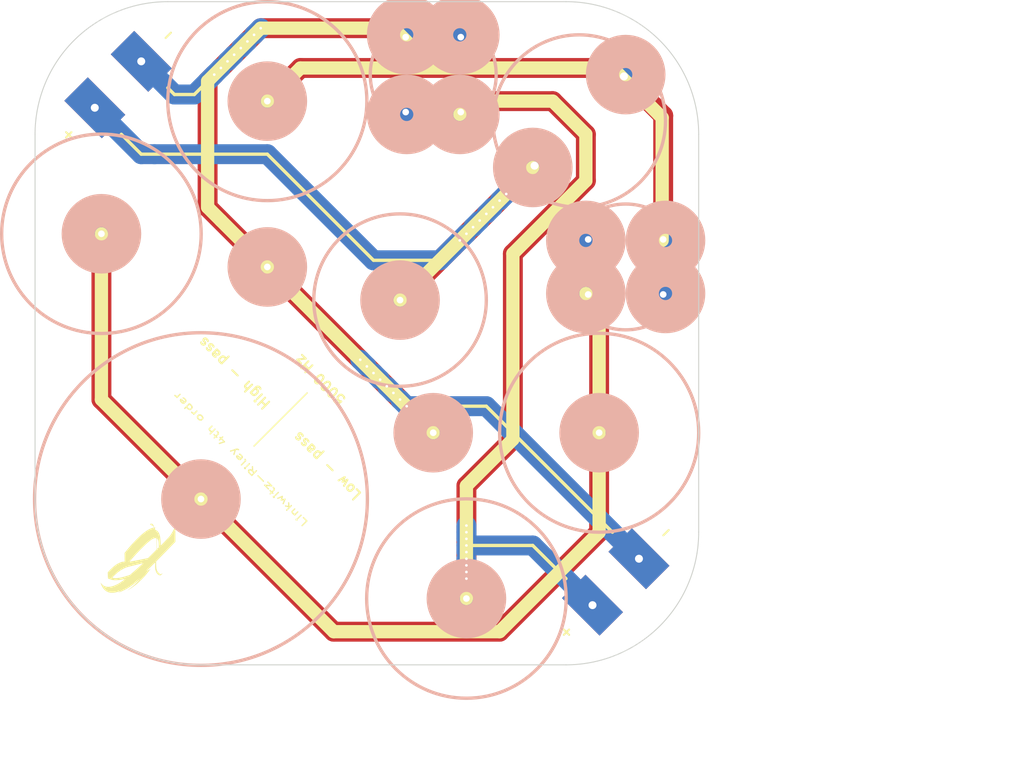
<source format=kicad_pcb>
(kicad_pcb (version 4) (host pcbnew 4.0.6)

  (general
    (links 13)
    (no_connects 0)
    (area 68.924999 23.924999 228.564286 142.700001)
    (thickness 1.6)
    (drawings 87)
    (tracks 115)
    (zones 0)
    (modules 16)
    (nets 10)
  )

  (page A4)
  (layers
    (0 F.Cu signal)
    (31 B.Cu signal)
    (32 B.Adhes user)
    (33 F.Adhes user)
    (34 B.Paste user)
    (35 F.Paste user)
    (36 B.SilkS user)
    (37 F.SilkS user)
    (38 B.Mask user)
    (39 F.Mask user)
    (40 Dwgs.User user)
    (41 Cmts.User user)
    (42 Eco1.User user)
    (43 Eco2.User user)
    (44 Edge.Cuts user)
    (45 Margin user)
    (46 B.CrtYd user)
    (47 F.CrtYd user)
    (48 B.Fab user)
    (49 F.Fab user)
  )

  (setup
    (last_trace_width 3)
    (trace_clearance 1)
    (zone_clearance 0.508)
    (zone_45_only no)
    (trace_min 0.2)
    (segment_width 0.5)
    (edge_width 0.15)
    (via_size 0.6)
    (via_drill 0.4)
    (via_min_size 0.4)
    (via_min_drill 0.3)
    (uvia_size 0.3)
    (uvia_drill 0.1)
    (uvias_allowed no)
    (uvia_min_size 0.2)
    (uvia_min_drill 0.1)
    (pcb_text_width 0.3)
    (pcb_text_size 1.5 1.5)
    (mod_edge_width 0.15)
    (mod_text_size 1 1)
    (mod_text_width 0.15)
    (pad_size 3 3)
    (pad_drill 1)
    (pad_to_mask_clearance 0.2)
    (aux_axis_origin 75 25)
    (grid_origin 75 25)
    (visible_elements 7FFFFFFF)
    (pcbplotparams
      (layerselection 0x010fc_80000001)
      (usegerberextensions false)
      (excludeedgelayer true)
      (linewidth 0.050000)
      (plotframeref false)
      (viasonmask false)
      (mode 1)
      (useauxorigin false)
      (hpglpennumber 1)
      (hpglpenspeed 20)
      (hpglpendiameter 15)
      (hpglpenoverlay 2)
      (psnegative false)
      (psa4output false)
      (plotreference true)
      (plotvalue true)
      (plotinvisibletext false)
      (padsonsilk false)
      (subtractmaskfromsilk false)
      (outputformat 1)
      (mirror false)
      (drillshape 0)
      (scaleselection 1)
      (outputdirectory export/))
  )

  (net 0 "")
  (net 1 "Net-(J1-Pad1)")
  (net 2 "Net-(J4-Pad1)")
  (net 3 "Net-(J5-Pad1)")
  (net 4 "Net-(J10-Pad1)")
  (net 5 "Net-(J12-Pad1)")
  (net 6 "Net-(U1-Pad2)")
  (net 7 "Net-(U1-Pad4)")
  (net 8 "Net-(U2-Pad2)")
  (net 9 "Net-(U2-Pad4)")

  (net_class Default "Ceci est la Netclass par défaut"
    (clearance 1)
    (trace_width 3)
    (via_dia 0.6)
    (via_drill 0.4)
    (uvia_dia 0.3)
    (uvia_drill 0.1)
    (add_net "Net-(J1-Pad1)")
    (add_net "Net-(J10-Pad1)")
    (add_net "Net-(J12-Pad1)")
    (add_net "Net-(J4-Pad1)")
    (add_net "Net-(J5-Pad1)")
    (add_net "Net-(U1-Pad2)")
    (add_net "Net-(U1-Pad4)")
    (add_net "Net-(U2-Pad2)")
    (add_net "Net-(U2-Pad4)")
  )

  (module Libabar:XOver_c_CH1 (layer F.Cu) (tedit 5A0B5B78) (tstamp 5A0B5B4F)
    (at 100 100)
    (path /5A0B53CB)
    (fp_text reference J1 (at 0 -2.04) (layer F.SilkS) hide
      (effects (font (size 1 1) (thickness 0.15)))
    )
    (fp_text value CH1 (at 0 -3.04) (layer F.Fab)
      (effects (font (size 1 1) (thickness 0.15)))
    )
    (fp_circle (center 0 0) (end 25 -1) (layer F.Fab) (width 0.15))
    (pad 1 thru_hole circle (at 0 0) (size 3 3) (drill 1) (layers *.Mask F.Cu)
      (net 1 "Net-(J1-Pad1)"))
  )

  (module Libabar:XOver_c_CH2 (layer F.Cu) (tedit 5A0B4ED7) (tstamp 5A0B4DD1)
    (at 160 90)
    (path /5A0B5465)
    (fp_text reference J2 (at 0 -2.04) (layer F.SilkS)
      (effects (font (size 1 1) (thickness 0.15)))
    )
    (fp_text value CH2 (at 0 -3.04) (layer F.Fab)
      (effects (font (size 1 1) (thickness 0.15)))
    )
    (fp_circle (center 0 0) (end 15 0) (layer F.Fab) (width 0.15))
    (pad 1 thru_hole circle (at 0 0) (size 3 3) (drill 1) (layers *.Mask F.Cu)
      (net 1 "Net-(J1-Pad1)"))
  )

  (module Libabar:XOver_c_C1 (layer F.Cu) (tedit 5A0B5ADE) (tstamp 5A0B4DD6)
    (at 85 60)
    (path /5A0B554C)
    (fp_text reference J3 (at 0 -2.04) (layer F.SilkS) hide
      (effects (font (size 1 1) (thickness 0.15)))
    )
    (fp_text value C1 (at 0 -3.04) (layer F.Fab)
      (effects (font (size 1 1) (thickness 0.15)))
    )
    (fp_circle (center 0 0) (end 15 0) (layer F.Fab) (width 0.15))
    (pad 1 thru_hole circle (at 0 0) (size 3 3) (drill 1) (layers *.Mask F.Cu)
      (net 1 "Net-(J1-Pad1)"))
  )

  (module Libabar:XOver_c_C2 (layer F.Cu) (tedit 5A0B5AF4) (tstamp 5A0B4DDB)
    (at 140 115)
    (path /5A0B5694)
    (fp_text reference J4 (at 0 -2.04) (layer F.SilkS) hide
      (effects (font (size 1 1) (thickness 0.15)))
    )
    (fp_text value C2 (at 0 -3.04) (layer F.Fab)
      (effects (font (size 1 1) (thickness 0.15)))
    )
    (fp_circle (center 0 0) (end 15 0) (layer F.Fab) (width 0.15))
    (pad 1 thru_hole circle (at 0 0) (size 3 3) (drill 1) (layers *.Mask F.Cu)
      (net 2 "Net-(J4-Pad1)"))
  )

  (module Libabar:XOver_c_C3 (layer F.Cu) (tedit 5A0B5AD3) (tstamp 5A0B4DE0)
    (at 110 40)
    (path /5A0B56F9)
    (fp_text reference J5 (at 0 -2.04) (layer F.SilkS) hide
      (effects (font (size 1 1) (thickness 0.15)))
    )
    (fp_text value C3 (at 0 -3.04) (layer F.Fab)
      (effects (font (size 1 1) (thickness 0.15)))
    )
    (fp_circle (center 0 0) (end 15 0) (layer F.Fab) (width 0.15))
    (pad 1 thru_hole circle (at 0 0) (size 3 3) (drill 1) (layers *.Mask F.Cu)
      (net 3 "Net-(J5-Pad1)"))
  )

  (module Libabar:XOver_c_BRidge (layer F.Cu) (tedit 5A0B5AE7) (tstamp 5A0B4DE5)
    (at 110 65)
    (path /5A0B4CF4)
    (fp_text reference J6 (at -1 -3.5) (layer F.SilkS) hide
      (effects (font (size 1 1) (thickness 0.15)))
    )
    (fp_text value Bridge1 (at -1 -4.5) (layer F.Fab)
      (effects (font (size 1 1) (thickness 0.15)))
    )
    (pad 1 thru_hole circle (at 0 0) (size 3 3) (drill 1) (layers *.Mask F.Cu)
      (net 4 "Net-(J10-Pad1)"))
  )

  (module Libabar:XOver_c_BRidge (layer F.Cu) (tedit 5A0B4ED4) (tstamp 5A0B4DEA)
    (at 135 90)
    (path /5A0B4F2C)
    (fp_text reference J7 (at -1 -3.5) (layer F.SilkS)
      (effects (font (size 1 1) (thickness 0.15)))
    )
    (fp_text value Bridge2 (at -1 -4.5) (layer F.Fab)
      (effects (font (size 1 1) (thickness 0.15)))
    )
    (pad 1 thru_hole circle (at 0 0) (size 3 3) (drill 1) (layers *.Mask F.Cu)
      (net 4 "Net-(J10-Pad1)"))
  )

  (module Libabar:XOver_c_C4 (layer F.Cu) (tedit 5A0B5AEA) (tstamp 5A0B4DEF)
    (at 130 70)
    (path /5A0B5832)
    (fp_text reference J8 (at 0 -2.04) (layer F.SilkS) hide
      (effects (font (size 1 1) (thickness 0.15)))
    )
    (fp_text value C4 (at 0 -3.04) (layer F.Fab)
      (effects (font (size 1 1) (thickness 0.15)))
    )
    (fp_circle (center 0 0) (end 12.5 0) (layer F.Fab) (width 0.15))
    (pad 1 thru_hole circle (at 0 0) (size 3 3) (drill 1) (layers *.Mask F.Cu)
      (net 5 "Net-(J12-Pad1)"))
  )

  (module Libabar:XOver_c_Solder (layer F.Cu) (tedit 5A0B5ABC) (tstamp 5A0B4DF4)
    (at 159 116 135)
    (path /5A0B4A45)
    (fp_text reference J9 (at -1 -3.5 135) (layer F.SilkS) hide
      (effects (font (size 1 1) (thickness 0.15)))
    )
    (fp_text value HIGH+ (at -1 -4.5 135) (layer F.Fab)
      (effects (font (size 1 1) (thickness 0.15)))
    )
    (pad 1 thru_hole rect (at 0 0 135) (size 8 5) (drill 1.2) (layers *.Cu *.Mask)
      (net 2 "Net-(J4-Pad1)"))
  )

  (module Libabar:XOver_c_Solder (layer F.Cu) (tedit 5A0B5ABF) (tstamp 5A0B4DF9)
    (at 166 109 135)
    (path /5A0B4B44)
    (fp_text reference J10 (at -1 -3.5 135) (layer F.SilkS) hide
      (effects (font (size 1 1) (thickness 0.15)))
    )
    (fp_text value HIGH- (at -1 -4.5 135) (layer F.Fab)
      (effects (font (size 1 1) (thickness 0.15)))
    )
    (pad 1 thru_hole rect (at 0 0 135) (size 8 5) (drill 1.2) (layers *.Cu *.Mask)
      (net 4 "Net-(J10-Pad1)"))
  )

  (module Libabar:XOver_c_Solder (layer F.Cu) (tedit 5A0B5AD6) (tstamp 5A0B4DFE)
    (at 91 34 135)
    (path /5A0B4CC3)
    (fp_text reference J11 (at -1 -3.5 135) (layer F.SilkS) hide
      (effects (font (size 1 1) (thickness 0.15)))
    )
    (fp_text value LOW- (at -1 -4.5 135) (layer F.Fab)
      (effects (font (size 1 1) (thickness 0.15)))
    )
    (pad 1 thru_hole rect (at 0 0 135) (size 8 5) (drill 1.2) (layers *.Cu *.Mask)
      (net 4 "Net-(J10-Pad1)"))
  )

  (module Libabar:XOver_c_Solder (layer F.Cu) (tedit 5A0B5AD8) (tstamp 5A0B4E03)
    (at 84 41 135)
    (path /5A0B4C07)
    (fp_text reference J12 (at -1 -3.5 135) (layer F.SilkS) hide
      (effects (font (size 1 1) (thickness 0.15)))
    )
    (fp_text value LOW+ (at -1 -4.5 135) (layer F.Fab)
      (effects (font (size 1 1) (thickness 0.15)))
    )
    (pad 1 thru_hole rect (at 0 0 135) (size 8 5) (drill 1.2) (layers *.Cu *.Mask)
      (net 5 "Net-(J12-Pad1)"))
  )

  (module Libabar:XOver_c_L4 (layer B.Cu) (tedit 5A0B5ACC) (tstamp 5A0B4E09)
    (at 157 43 225)
    (path /5A0B49DA)
    (fp_text reference L1 (at 0 2.04 225) (layer B.SilkS) hide
      (effects (font (size 1 1) (thickness 0.15)) (justify mirror))
    )
    (fp_text value L (at 0 3.04 225) (layer B.Fab)
      (effects (font (size 1 1) (thickness 0.15)) (justify mirror))
    )
    (fp_circle (center 0 0) (end 12.7 0) (layer B.Fab) (width 0.15))
    (pad 1 thru_hole circle (at 9.525 0 225) (size 3 3) (drill 1.2) (layers *.Mask F.Cu)
      (net 5 "Net-(J12-Pad1)"))
    (pad 2 thru_hole circle (at -9.525 0 225) (size 3 3) (drill 1.2) (layers *.Mask F.Cu)
      (net 3 "Net-(J5-Pad1)"))
  )

  (module Libabar:XOver_c_L3 (layer B.Cu) (tedit 5A0B5AC6) (tstamp 5A0B4E11)
    (at 164 65 180)
    (path /5A0B4939)
    (fp_text reference U1 (at 0 2.04 180) (layer B.SilkS) hide
      (effects (font (size 1 1) (thickness 0.15)) (justify mirror))
    )
    (fp_text value XOver_c_L3 (at 0 3.04 180) (layer B.Fab)
      (effects (font (size 1 1) (thickness 0.15)) (justify mirror))
    )
    (fp_line (start -3 3) (end -1 3) (layer B.Fab) (width 0.15))
    (fp_line (start -1 3) (end -1 1) (layer B.Fab) (width 0.15))
    (fp_line (start -1 1) (end 1 1) (layer B.Fab) (width 0.15))
    (fp_line (start 1 1) (end 1 -1) (layer B.Fab) (width 0.15))
    (fp_line (start 1 -1) (end 3 -1) (layer B.Fab) (width 0.15))
    (fp_line (start 3 -1) (end 3 -3) (layer B.Fab) (width 0.15))
    (fp_line (start -5 4) (end 5 -4) (layer B.Fab) (width 0.15))
    (fp_circle (center 0 0) (end 9.5 0) (layer B.Fab) (width 0.15))
    (pad 1 thru_hole circle (at 5.65 -4.15 180) (size 3 3) (drill 1) (layers *.Mask F.Cu)
      (net 1 "Net-(J1-Pad1)"))
    (pad 2 thru_hole circle (at -5.65 -4.15 180) (size 3 3) (drill 1) (layers *.Mask F.Cu)
      (net 6 "Net-(U1-Pad2)"))
    (pad 3 thru_hole circle (at -5.65 4.15 180) (size 3 3) (drill 1) (layers *.Mask F.Cu)
      (net 3 "Net-(J5-Pad1)"))
    (pad 4 thru_hole circle (at 5.65 4.15 180) (size 3 3) (drill 1) (layers *.Mask F.Cu)
      (net 7 "Net-(U1-Pad4)"))
  )

  (module Libabar:XOver_c_L2 (layer B.Cu) (tedit 5A0B5ACF) (tstamp 5A0B4E19)
    (at 135 36 90)
    (path /5A0B490F)
    (fp_text reference U2 (at 0 2.04 90) (layer B.SilkS) hide
      (effects (font (size 1 1) (thickness 0.15)) (justify mirror))
    )
    (fp_text value XOver_c_L2 (at 0 3.04 90) (layer B.Fab)
      (effects (font (size 1 1) (thickness 0.15)) (justify mirror))
    )
    (fp_line (start -3 3) (end -1 3) (layer B.Fab) (width 0.15))
    (fp_line (start -1 3) (end -1 1) (layer B.Fab) (width 0.15))
    (fp_line (start -1 1) (end 1 1) (layer B.Fab) (width 0.15))
    (fp_line (start 1 1) (end 1 -1) (layer B.Fab) (width 0.15))
    (fp_line (start 1 -1) (end 3 -1) (layer B.Fab) (width 0.15))
    (fp_line (start 3 -1) (end 3 -3) (layer B.Fab) (width 0.15))
    (fp_line (start -5 4) (end 5 -4) (layer B.Fab) (width 0.15))
    (fp_circle (center 0 0) (end 9.5 0) (layer B.Fab) (width 0.15))
    (pad 1 thru_hole circle (at 5.65 -4.15 90) (size 3 3) (drill 1) (layers *.Mask F.Cu)
      (net 4 "Net-(J10-Pad1)"))
    (pad 2 thru_hole circle (at -5.65 -4.15 90) (size 3 3) (drill 1) (layers *.Mask F.Cu)
      (net 8 "Net-(U2-Pad2)"))
    (pad 3 thru_hole circle (at -5.65 4.15 90) (size 3 3) (drill 1) (layers *.Mask F.Cu)
      (net 2 "Net-(J4-Pad1)"))
    (pad 4 thru_hole circle (at 5.65 4.15 90) (size 3 3) (drill 1) (layers *.Mask F.Cu)
      (net 9 "Net-(U2-Pad4)"))
  )

  (module Breakdown1-6:breakdown1-6 (layer F.Cu) (tedit 0) (tstamp 5A0CA989)
    (at 91 109 135)
    (fp_text reference G*** (at 0 0 135) (layer F.SilkS) hide
      (effects (font (thickness 0.3)))
    )
    (fp_text value LOGO (at 0.75 0 135) (layer F.SilkS) hide
      (effects (font (thickness 0.3)))
    )
    (fp_poly (pts (xy 0.731524 -7.220633) (xy 0.854276 -7.205946) (xy 0.996318 -7.179563) (xy 1.14445 -7.144586)
      (xy 1.285475 -7.104116) (xy 1.401194 -7.063266) (xy 1.449216 -7.042703) (xy 1.508476 -7.015346)
      (xy 1.572985 -6.984244) (xy 1.636754 -6.952449) (xy 1.693794 -6.923008) (xy 1.738115 -6.898972)
      (xy 1.763728 -6.88339) (xy 1.764644 -6.879312) (xy 1.76013 -6.880503) (xy 1.695464 -6.893995)
      (xy 1.606752 -6.904398) (xy 1.50556 -6.911088) (xy 1.403456 -6.913445) (xy 1.312006 -6.910847)
      (xy 1.268981 -6.906898) (xy 1.16473 -6.891168) (xy 1.080029 -6.87098) (xy 0.998731 -6.841469)
      (xy 0.904689 -6.797769) (xy 0.901405 -6.796139) (xy 0.709207 -6.680972) (xy 0.530245 -6.532986)
      (xy 0.364473 -6.352111) (xy 0.21184 -6.138274) (xy 0.072301 -5.891407) (xy -0.054192 -5.611437)
      (xy -0.167689 -5.298294) (xy -0.215743 -5.142416) (xy -0.247076 -5.027193) (xy -0.277659 -4.899576)
      (xy -0.306806 -4.764081) (xy -0.333828 -4.625224) (xy -0.358037 -4.487523) (xy -0.378744 -4.355492)
      (xy -0.395263 -4.233649) (xy -0.406905 -4.126511) (xy -0.412981 -4.038592) (xy -0.412805 -3.97441)
      (xy -0.405687 -3.938481) (xy -0.400026 -3.932731) (xy -0.383937 -3.944475) (xy -0.354178 -3.981512)
      (xy -0.314887 -4.038197) (xy -0.270202 -4.108883) (xy -0.266813 -4.114485) (xy -0.150704 -4.295375)
      (xy -0.020606 -4.477736) (xy 0.119158 -4.65667) (xy 0.264266 -4.827277) (xy 0.410395 -4.984657)
      (xy 0.553223 -5.12391) (xy 0.688428 -5.240138) (xy 0.794307 -5.317284) (xy 0.888836 -5.375001)
      (xy 1.0037 -5.43865) (xy 1.126977 -5.502134) (xy 1.246747 -5.559359) (xy 1.351086 -5.604229)
      (xy 1.369351 -5.611296) (xy 1.444606 -5.639704) (xy 1.64602 -5.454447) (xy 1.729912 -5.37706)
      (xy 1.817399 -5.295975) (xy 1.899154 -5.219862) (xy 1.965847 -5.157389) (xy 1.976945 -5.146928)
      (xy 2.106455 -5.024667) (xy 2.12403 -4.751703) (xy 2.132431 -4.511046) (xy 2.128741 -4.23992)
      (xy 2.123603 -4.118042) (xy 2.107213 -3.850848) (xy 2.08564 -3.613762) (xy 2.057752 -3.401424)
      (xy 2.022418 -3.208474) (xy 1.978507 -3.029552) (xy 1.924887 -2.859297) (xy 1.860428 -2.692351)
      (xy 1.78944 -2.534688) (xy 1.7419 -2.438884) (xy 1.700992 -2.366759) (xy 1.660292 -2.308763)
      (xy 1.61338 -2.255347) (xy 1.577485 -2.219497) (xy 1.526417 -2.167281) (xy 1.487208 -2.121714)
      (xy 1.465863 -2.090016) (xy 1.463668 -2.082643) (xy 1.476067 -2.064397) (xy 1.511342 -2.024404)
      (xy 1.566612 -1.965637) (xy 1.638994 -1.891067) (xy 1.725607 -1.803663) (xy 1.823567 -1.706398)
      (xy 1.924654 -1.607433) (xy 2.38564 -1.159115) (xy 2.425716 -0.782847) (xy 2.448926 -0.56037)
      (xy 2.468716 -0.35914) (xy 2.485499 -0.172649) (xy 2.499691 0.005612) (xy 2.511706 0.18215)
      (xy 2.521957 0.363473) (xy 2.53086 0.556089) (xy 2.538828 0.766505) (xy 2.546276 1.00123)
      (xy 2.551772 1.197199) (xy 2.558862 1.673304) (xy 2.553606 2.1163) (xy 2.53594 2.526596)
      (xy 2.505803 2.904601) (xy 2.463133 3.250725) (xy 2.407866 3.565377) (xy 2.339942 3.848966)
      (xy 2.259298 4.101902) (xy 2.165872 4.324595) (xy 2.059602 4.517453) (xy 2.04391 4.54177)
      (xy 2.00725 4.601203) (xy 1.981219 4.650653) (xy 1.970049 4.681801) (xy 1.970297 4.686527)
      (xy 1.991331 4.702494) (xy 2.035775 4.720094) (xy 2.091719 4.735774) (xy 2.147254 4.745979)
      (xy 2.176256 4.747997) (xy 2.210135 4.742481) (xy 2.266438 4.727902) (xy 2.333968 4.70721)
      (xy 2.345533 4.703373) (xy 2.414322 4.681908) (xy 2.474236 4.666094) (xy 2.513829 4.658901)
      (xy 2.517512 4.658749) (xy 2.557105 4.650173) (xy 2.608918 4.628722) (xy 2.626106 4.619661)
      (xy 2.680684 4.595654) (xy 2.713598 4.598929) (xy 2.726791 4.63105) (xy 2.722205 4.693581)
      (xy 2.721707 4.69657) (xy 2.690697 4.778464) (xy 2.630816 4.843577) (xy 2.546851 4.887023)
      (xy 2.530185 4.891995) (xy 2.481249 4.901824) (xy 2.431418 4.903108) (xy 2.374121 4.89448)
      (xy 2.302787 4.874572) (xy 2.210847 4.842019) (xy 2.119592 4.806568) (xy 1.909809 4.72324)
      (xy 1.851848 4.776332) (xy 1.796657 4.82554) (xy 1.758658 4.856749) (xy 1.740175 4.868487)
      (xy 1.743532 4.859285) (xy 1.771053 4.827672) (xy 1.771574 4.827114) (xy 1.809019 4.782044)
      (xy 1.833311 4.743282) (xy 1.83851 4.726615) (xy 1.822159 4.702965) (xy 1.775371 4.670314)
      (xy 1.704504 4.632486) (xy 1.570498 4.567158) (xy 1.450147 4.616019) (xy 1.302215 4.658221)
      (xy 1.14392 4.66871) (xy 0.974902 4.647316) (xy 0.794803 4.593873) (xy 0.603265 4.508211)
      (xy 0.399929 4.390162) (xy 0.184435 4.239559) (xy -0.043574 4.056232) (xy -0.284457 3.840014)
      (xy -0.361734 3.766347) (xy -0.444183 3.687555) (xy -0.518703 3.617936) (xy -0.581285 3.561105)
      (xy -0.62792 3.52068) (xy -0.654597 3.500276) (xy -0.658655 3.498524) (xy -0.66562 3.515725)
      (xy -0.671022 3.564809) (xy -0.674939 3.641998) (xy -0.677449 3.743513) (xy -0.678628 3.865577)
      (xy -0.678555 4.00441) (xy -0.677307 4.156235) (xy -0.674962 4.317272) (xy -0.671597 4.483744)
      (xy -0.66729 4.651872) (xy -0.662118 4.817879) (xy -0.656158 4.977984) (xy -0.64949 5.128411)
      (xy -0.642189 5.265381) (xy -0.634334 5.385115) (xy -0.626002 5.483835) (xy -0.617271 5.557762)
      (xy -0.61625 5.56447) (xy -0.574978 5.785948) (xy -0.518983 6.024381) (xy -0.451323 6.269514)
      (xy -0.375058 6.511092) (xy -0.293247 6.738861) (xy -0.20895 6.942566) (xy -0.197685 6.967361)
      (xy -0.167576 7.033533) (xy -0.144588 7.085385) (xy -0.131774 7.115955) (xy -0.130227 7.121187)
      (xy -0.143216 7.108851) (xy -0.179517 7.073494) (xy -0.237038 7.017175) (xy -0.313684 6.941953)
      (xy -0.407363 6.849886) (xy -0.515979 6.743031) (xy -0.63744 6.623448) (xy -0.769651 6.493195)
      (xy -0.910519 6.354329) (xy -0.981729 6.284101) (xy -1.829586 5.447823) (xy -1.840967 4.754305)
      (xy -1.843066 4.618591) (xy -1.845429 4.452044) (xy -1.847998 4.259529) (xy -1.850714 4.045912)
      (xy -1.853518 3.816058) (xy -1.856351 3.574832) (xy -1.859156 3.327098) (xy -1.861873 3.077723)
      (xy -1.863645 2.90804) (xy -0.660436 2.90804) (xy -0.660436 3.085089) (xy -0.423929 3.30777)
      (xy -0.300978 3.422813) (xy -0.199655 3.515757) (xy -0.116252 3.589655) (xy -0.047063 3.647558)
      (xy 0.011621 3.692518) (xy 0.063506 3.727588) (xy 0.112302 3.755819) (xy 0.133872 3.766922)
      (xy 0.216259 3.802256) (xy 0.297475 3.827252) (xy 0.371075 3.841096) (xy 0.430617 3.842975)
      (xy 0.469657 3.832074) (xy 0.481939 3.810868) (xy 0.469127 3.792) (xy 0.433708 3.754371)
      (xy 0.380205 3.702423) (xy 0.313142 3.640595) (xy 0.263281 3.596211) (xy 0.187222 3.527703)
      (xy 0.092918 3.440077) (xy -0.012914 3.339733) (xy -0.123556 3.233074) (xy -0.23229 3.1265)
      (xy -0.291492 3.067591) (xy -0.381429 2.978117) (xy -0.463511 2.89759) (xy -0.534277 2.829312)
      (xy -0.59027 2.776585) (xy -0.62803 2.742712) (xy -0.644022 2.73099) (xy -0.650938 2.747572)
      (xy -0.656415 2.79226) (xy -0.65975 2.857469) (xy -0.660436 2.90804) (xy -1.863645 2.90804)
      (xy -1.864444 2.831571) (xy -1.865991 2.677442) (xy -1.879634 1.294097) (xy -2.006332 1.161963)
      (xy -2.195234 0.970717) (xy -2.368362 0.808307) (xy -2.528529 0.673091) (xy -2.678547 0.563428)
      (xy -2.821229 0.477674) (xy -2.959389 0.414187) (xy -3.095839 0.371326) (xy -3.233393 0.347448)
      (xy -3.374863 0.340911) (xy -3.411248 0.341797) (xy -3.544082 0.354866) (xy -3.646764 0.384096)
      (xy -3.721791 0.431212) (xy -3.771661 0.49794) (xy -3.798873 0.586006) (xy -3.802487 0.612087)
      (xy -3.812783 0.705059) (xy -3.835637 0.626229) (xy -3.859601 0.49659) (xy -3.852399 0.383553)
      (xy -3.815041 0.288254) (xy -3.748538 0.211828) (xy -3.653897 0.155411) (xy -3.532129 0.120137)
      (xy -3.384244 0.107144) (xy -3.374088 0.107097) (xy -3.240762 0.115236) (xy -3.111509 0.141488)
      (xy -2.975448 0.188605) (xy -2.874574 0.233448) (xy -2.746412 0.299714) (xy -2.627302 0.373353)
      (xy -2.512068 0.458651) (xy -2.395533 0.559899) (xy -2.272519 0.681384) (xy -2.137851 0.827395)
      (xy -2.084449 0.888018) (xy -2.0209 0.957822) (xy -1.966782 1.011313) (xy -1.926589 1.044305)
      (xy -1.907337 1.053127) (xy -1.89986 1.051883) (xy -1.893601 1.046213) (xy -1.888451 1.033209)
      (xy -1.884302 1.009966) (xy -1.881046 0.973574) (xy -1.878577 0.921129) (xy -1.876784 0.849721)
      (xy -1.87612 0.798966) (xy -0.660436 0.798966) (xy -0.660436 2.627232) (xy -0.513177 2.78917)
      (xy -0.46358 2.841151) (xy -0.391926 2.912688) (xy -0.302708 2.999475) (xy -0.200419 3.097203)
      (xy -0.089551 3.201564) (xy 0.025402 3.30825) (xy 0.089248 3.36682) (xy 0.218924 3.484689)
      (xy 0.325112 3.579836) (xy 0.410141 3.654194) (xy 0.476344 3.709692) (xy 0.526053 3.748263)
      (xy 0.561597 3.771837) (xy 0.58531 3.782345) (xy 0.592108 3.783325) (xy 0.633216 3.772943)
      (xy 0.67888 3.73731) (xy 0.705904 3.708257) (xy 0.768954 3.623866) (xy 0.825025 3.522429)
      (xy 0.874418 3.402114) (xy 0.917434 3.26109) (xy 0.954374 3.097525) (xy 0.985537 2.909589)
      (xy 1.011226 2.695448) (xy 1.03174 2.453273) (xy 1.047379 2.18123) (xy 1.058446 1.87749)
      (xy 1.065239 1.540219) (xy 1.065539 1.517217) (xy 1.067902 1.277025) (xy 1.068586 1.051891)
      (xy 1.067426 0.836009) (xy 1.064256 0.623572) (xy 1.058911 0.408775) (xy 1.051228 0.185813)
      (xy 1.04104 -0.051121) (xy 1.028183 -0.307832) (xy 1.012492 -0.590125) (xy 0.999366 -0.812158)
      (xy 0.988276 -0.994489) (xy 0.978857 -1.144335) (xy 0.97077 -1.264857) (xy 0.963678 -1.359212)
      (xy 0.957245 -1.43056) (xy 0.951132 -1.482059) (xy 0.945003 -1.516868) (xy 0.938519 -1.538146)
      (xy 0.931343 -1.549051) (xy 0.923139 -1.552743) (xy 0.920234 -1.552917) (xy 0.90637 -1.538204)
      (xy 0.873958 -1.495011) (xy 0.823957 -1.424761) (xy 0.757322 -1.328874) (xy 0.675012 -1.208772)
      (xy 0.577983 -1.065875) (xy 0.467192 -0.901605) (xy 0.343597 -0.717382) (xy 0.208155 -0.514629)
      (xy 0.061822 -0.294766) (xy -0.094445 -0.059214) (xy -0.259687 0.190605) (xy -0.432949 0.453271)
      (xy -0.523859 0.591366) (xy -0.660436 0.798966) (xy -1.87612 0.798966) (xy -1.875562 0.756445)
      (xy -1.874801 0.638392) (xy -1.874395 0.492657) (xy -1.874234 0.316331) (xy -1.87421 0.160646)
      (xy -1.874343 -0.044941) (xy -1.874791 -0.217516) (xy -1.875628 -0.359762) (xy -1.875748 -0.37038)
      (xy -0.678227 -0.37038) (xy -0.669352 -0.342725) (xy -0.646323 -0.342255) (xy -0.614772 -0.366435)
      (xy -0.580328 -0.412736) (xy -0.578975 -0.415004) (xy -0.540746 -0.479344) (xy -0.487978 -0.567753)
      (xy -0.423027 -0.676314) (xy -0.348247 -0.80111) (xy -0.265994 -0.938225) (xy -0.178623 -1.083742)
      (xy -0.08849 -1.233744) (xy 0.002052 -1.384314) (xy 0.090646 -1.531536) (xy 0.174937 -1.671493)
      (xy 0.25257 -1.800268) (xy 0.32119 -1.913945) (xy 0.378442 -2.008607) (xy 0.421971 -2.080337)
      (xy 0.448733 -2.124104) (xy 0.627733 -2.446183) (xy 0.774198 -2.78027) (xy 0.889307 -3.129376)
      (xy 0.962553 -3.436051) (xy 0.99547 -3.606508) (xy 1.021615 -3.758404) (xy 1.041884 -3.900369)
      (xy 1.057173 -4.041037) (xy 1.068378 -4.189041) (xy 1.076395 -4.353012) (xy 1.082121 -4.541584)
      (xy 1.083452 -4.600738) (xy 1.0868 -4.753589) (xy 1.088807 -4.873705) (xy 1.088227 -4.964054)
      (xy 1.08381 -5.027601) (xy 1.074309 -5.067311) (xy 1.058476 -5.08615) (xy 1.035064 -5.087083)
      (xy 1.002824 -5.073077) (xy 0.960509 -5.047097) (xy 0.909611 -5.013878) (xy 0.764373 -4.904253)
      (xy 0.613475 -4.759502) (xy 0.456997 -4.579734) (xy 0.295016 -4.365059) (xy 0.127613 -4.115587)
      (xy -0.045134 -3.831426) (xy -0.223147 -3.512686) (xy -0.356723 -3.257555) (xy -0.529861 -2.918412)
      (xy -0.541272 -2.748841) (xy -0.546104 -2.677856) (xy -0.552849 -2.579906) (xy -0.560909 -2.463634)
      (xy -0.569684 -2.337687) (xy -0.578573 -2.210709) (xy -0.579641 -2.195503) (xy -0.584912 -2.116212)
      (xy -0.591398 -2.011752) (xy -0.598864 -1.886529) (xy -0.60707 -1.744945) (xy -0.615779 -1.591404)
      (xy -0.624753 -1.430309) (xy -0.633754 -1.266065) (xy -0.642545 -1.103075) (xy -0.650887 -0.945741)
      (xy -0.658542 -0.798469) (xy -0.665273 -0.665662) (xy -0.670842 -0.551722) (xy -0.67501 -0.461054)
      (xy -0.677541 -0.398062) (xy -0.678227 -0.37038) (xy -1.875748 -0.37038) (xy -1.876928 -0.474364)
      (xy -1.878764 -0.564008) (xy -1.881211 -0.631379) (xy -1.884342 -0.679162) (xy -1.888232 -0.710041)
      (xy -1.892953 -0.726703) (xy -1.898581 -0.731831) (xy -1.898759 -0.731835) (xy -1.911245 -0.715454)
      (xy -1.929081 -0.670744) (xy -1.950466 -0.604348) (xy -1.973599 -0.522911) (xy -1.99668 -0.43308)
      (xy -2.017906 -0.341499) (xy -2.035478 -0.254813) (xy -2.046787 -0.185687) (xy -2.054227 -0.139419)
      (xy -2.06058 -0.113377) (xy -2.062599 -0.111078) (xy -2.068257 -0.131713) (xy -2.077352 -0.182759)
      (xy -2.08922 -0.259165) (xy -2.103195 -0.355877) (xy -2.118614 -0.467846) (xy -2.134812 -0.590018)
      (xy -2.151123 -0.717343) (xy -2.166884 -0.844768) (xy -2.181429 -0.967241) (xy -2.194094 -1.079711)
      (xy -2.204215 -1.177126) (xy -2.207678 -1.213774) (xy -2.217299 -1.343908) (xy -2.225309 -1.5006)
      (xy -2.231681 -1.677864) (xy -2.236386 -1.869716) (xy -2.239396 -2.070171) (xy -2.240683 -2.273243)
      (xy -2.24022 -2.472949) (xy -2.237979 -2.663303) (xy -2.233932 -2.83832) (xy -2.228051 -2.992016)
      (xy -2.220308 -3.118406) (xy -2.21674 -3.159382) (xy -2.186756 -3.429152) (xy -2.148725 -3.709047)
      (xy -2.105168 -3.981407) (xy -2.077752 -4.132186) (xy -2.059197 -4.223643) (xy -2.037305 -4.322828)
      (xy -2.013555 -4.424002) (xy -1.989424 -4.521429) (xy -1.966389 -4.609371) (xy -1.945928 -4.682092)
      (xy -1.929519 -4.733855) (xy -1.918638 -4.758923) (xy -1.916048 -4.760086) (xy -1.91646 -4.740867)
      (xy -1.922625 -4.693207) (xy -1.933553 -4.62372) (xy -1.948255 -4.539022) (xy -1.952834 -4.513916)
      (xy -1.972911 -4.397165) (xy -1.99381 -4.262633) (xy -2.012877 -4.128071) (xy -2.025877 -4.025088)
      (xy -2.037833 -3.906511) (xy -2.048301 -3.771907) (xy -2.05724 -3.625259) (xy -2.064608 -3.47055)
      (xy -2.070364 -3.311762) (xy -2.074468 -3.152876) (xy -2.076877 -2.997875) (xy -2.077552 -2.850742)
      (xy -2.07645 -2.715459) (xy -2.07353 -2.596007) (xy -2.068751 -2.496369) (xy -2.062073 -2.420527)
      (xy -2.053453 -2.372464) (xy -2.043144 -2.356149) (xy -2.030238 -2.370928) (xy -2.019681 -2.416659)
      (xy -2.011039 -2.495434) (xy -2.009077 -2.521258) (xy -1.981643 -2.848143) (xy -1.945801 -3.17948)
      (xy -1.90253 -3.509216) (xy -1.852808 -3.831302) (xy -1.797616 -4.139684) (xy -1.737933 -4.42831)
      (xy -1.674738 -4.691131) (xy -1.633819 -4.839856) (xy -1.579607 -5.018156) (xy -1.521239 -5.195987)
      (xy -1.460495 -5.368854) (xy -1.399155 -5.532264) (xy -1.338999 -5.681722) (xy -1.281808 -5.812736)
      (xy -1.229363 -5.920811) (xy -1.183442 -6.001454) (xy -1.161071 -6.03317) (xy -1.149377 -6.042396)
      (xy -1.151447 -6.022772) (xy -1.167603 -5.973081) (xy -1.198166 -5.892108) (xy -1.198765 -5.890575)
      (xy -1.242065 -5.77155) (xy -1.267161 -5.68277) (xy -1.274026 -5.624365) (xy -1.262635 -5.596465)
      (xy -1.258398 -5.594621) (xy -1.245348 -5.608282) (xy -1.2196 -5.649313) (xy -1.183863 -5.712882)
      (xy -1.140846 -5.794157) (xy -1.093259 -5.888304) (xy -1.089377 -5.896163) (xy -0.995984 -6.079049)
      (xy -0.909325 -6.233915) (xy -0.825437 -6.366799) (xy -0.740356 -6.48374) (xy -0.650118 -6.590777)
      (xy -0.594744 -6.649787) (xy -0.45978 -6.783163) (xy -0.337896 -6.89073) (xy -0.222925 -6.976747)
      (xy -0.108699 -7.045472) (xy 0.010951 -7.101161) (xy 0.113726 -7.138859) (xy 0.32745 -7.196069)
      (xy 0.534954 -7.222542) (xy 0.731524 -7.220633)) (layer F.SilkS) (width 0.01))
    (fp_poly (pts (xy 1.695713 4.899718) (xy 1.686788 4.908643) (xy 1.677863 4.899718) (xy 1.686788 4.890794)
      (xy 1.695713 4.899718)) (layer F.SilkS) (width 0.01))
    (fp_poly (pts (xy -1.898009 -4.831296) (xy -1.895873 -4.810112) (xy -1.898009 -4.807496) (xy -1.908621 -4.809947)
      (xy -1.909909 -4.819396) (xy -1.903378 -4.834088) (xy -1.898009 -4.831296)) (layer F.SilkS) (width 0.01))
  )

  (gr_circle (center 164 65) (end 155 68) (layer B.SilkS) (width 0.5))
  (gr_circle (center 135 36) (end 144 33) (layer B.SilkS) (width 0.5))
  (gr_circle (center 157 43) (end 170 43) (layer B.SilkS) (width 0.5))
  (gr_circle (center 110 40) (end 125 40) (layer B.SilkS) (width 0.5))
  (gr_circle (center 160 90) (end 175 90) (layer B.SilkS) (width 0.5))
  (gr_circle (center 140 115) (end 155 116) (layer B.SilkS) (width 0.5))
  (gr_circle (center 100 100) (end 125 102) (layer B.SilkS) (width 0.5))
  (gr_circle (center 130 70) (end 143 70) (layer B.SilkS) (width 0.5))
  (gr_circle (center 85 60) (end 100 61) (layer B.SilkS) (width 0.5))
  (gr_circle (center 110 40) (end 111 40) (layer B.SilkS) (width 5))
  (gr_circle (center 160 90) (end 161 90) (layer B.SilkS) (width 5))
  (gr_circle (center 164 36) (end 164 37) (layer B.SilkS) (width 5))
  (gr_circle (center 131 30) (end 131 31) (layer B.SilkS) (width 5))
  (gr_circle (center 139 30) (end 139 31) (layer B.SilkS) (width 5))
  (gr_circle (center 139 42) (end 139 43) (layer B.SilkS) (width 5))
  (gr_circle (center 131 42) (end 131 43) (layer B.SilkS) (width 5))
  (gr_circle (center 158 69) (end 159 69) (layer B.SilkS) (width 5))
  (gr_circle (center 170 69) (end 169 69) (layer B.SilkS) (width 5))
  (gr_circle (center 170 61) (end 169 61) (layer B.SilkS) (width 5))
  (gr_circle (center 158 61) (end 159 61) (layer B.SilkS) (width 5))
  (gr_circle (center 150 50) (end 151 50) (layer B.SilkS) (width 5))
  (gr_circle (center 130 70) (end 131 70) (layer B.SilkS) (width 5))
  (gr_circle (center 110 65) (end 111 65) (layer B.SilkS) (width 5))
  (gr_circle (center 85 60) (end 86 60) (layer B.SilkS) (width 5))
  (gr_circle (center 135 90) (end 136 90) (layer B.SilkS) (width 5))
  (gr_circle (center 140 115) (end 140 114) (layer B.SilkS) (width 5))
  (gr_circle (center 100 100) (end 101 100) (layer B.SilkS) (width 5))
  (gr_text "Low - pass" (at 119 95 135) (layer F.SilkS)
    (effects (font (size 1.5 1.5) (thickness 0.3)))
  )
  (gr_text "High - pass" (at 105 81 135) (layer F.SilkS)
    (effects (font (size 1.5 1.5) (thickness 0.3)))
  )
  (gr_text "5000 Hz" (at 118 82 135) (layer F.SilkS)
    (effects (font (size 1.5 1.5) (thickness 0.3)))
  )
  (gr_line (start 111 89) (end 116 84) (angle 90) (layer F.SilkS) (width 0.2))
  (gr_text "Linkwitz-Riley 4th order" (at 106 94 135) (layer F.SilkS)
    (effects (font (size 1 1.5) (thickness 0.2)))
  )
  (gr_line (start 108 92) (end 111 89) (angle 90) (layer F.SilkS) (width 0.2))
  (gr_text + (at 155 120 45) (layer F.SilkS)
    (effects (font (size 1.5 1.5) (thickness 0.3)))
  )
  (gr_text - (at 170 105 45) (layer F.SilkS)
    (effects (font (size 1.5 1.5) (thickness 0.3)))
  )
  (gr_text + (at 80 45 45) (layer F.SilkS)
    (effects (font (size 1.5 1.5) (thickness 0.3)))
  )
  (gr_text - (at 95 30 45) (layer F.SilkS)
    (effects (font (size 1.5 1.5) (thickness 0.3)))
  )
  (gr_line (start 96 39) (end 95 38) (angle 90) (layer F.SilkS) (width 0.5))
  (gr_line (start 99 39) (end 96 39) (angle 90) (layer F.SilkS) (width 0.5))
  (gr_line (start 102 36) (end 99 39) (angle 90) (layer F.SilkS) (width 0.5))
  (gr_line (start 91 48) (end 88 45) (angle 90) (layer F.SilkS) (width 0.5))
  (gr_line (start 110 48) (end 91 48) (angle 90) (layer F.SilkS) (width 0.5))
  (gr_line (start 126 64) (end 110 48) (angle 90) (layer F.SilkS) (width 0.5))
  (gr_line (start 136 64) (end 126 64) (angle 90) (layer F.SilkS) (width 0.5))
  (gr_line (start 139 61) (end 136 64) (angle 90) (layer F.SilkS) (width 0.5))
  (gr_line (start 150 107) (end 155 112) (angle 90) (layer F.SilkS) (width 0.5))
  (gr_line (start 140 107) (end 150 107) (angle 90) (layer F.SilkS) (width 0.5))
  (gr_line (start 143 86) (end 162 105) (angle 90) (layer F.SilkS) (width 0.5))
  (gr_line (start 131 86) (end 143 86) (angle 90) (layer F.SilkS) (width 0.5))
  (gr_line (start 130 70) (end 150 50) (angle 90) (layer F.SilkS) (width 2))
  (gr_line (start 129 29) (end 131 31) (angle 90) (layer F.SilkS) (width 2))
  (gr_line (start 109 29) (end 129 29) (angle 90) (layer F.SilkS) (width 2))
  (gr_line (start 101 37) (end 109 29) (angle 90) (layer F.SilkS) (width 2))
  (gr_line (start 101 56) (end 101 37) (angle 90) (layer F.SilkS) (width 2))
  (gr_line (start 103 58) (end 101 56) (angle 90) (layer F.SilkS) (width 2))
  (gr_line (start 135 90) (end 103 58) (angle 90) (layer F.SilkS) (width 2))
  (gr_line (start 141 40) (end 139 42) (angle 90) (layer F.SilkS) (width 2))
  (gr_line (start 153 40) (end 141 40) (angle 90) (layer F.SilkS) (width 2))
  (gr_line (start 158 45) (end 153 40) (angle 90) (layer F.SilkS) (width 2))
  (gr_line (start 158 52) (end 158 45) (angle 90) (layer F.SilkS) (width 2))
  (gr_line (start 147 63) (end 158 52) (angle 90) (layer F.SilkS) (width 2))
  (gr_line (start 147 91) (end 147 63) (angle 90) (layer F.SilkS) (width 2))
  (gr_line (start 140 98) (end 147 91) (angle 90) (layer F.SilkS) (width 2))
  (gr_line (start 140 115) (end 140 98) (angle 90) (layer F.SilkS) (width 2))
  (gr_line (start 169.5 42.5) (end 169.5 61) (angle 90) (layer F.SilkS) (width 2))
  (gr_line (start 169 42) (end 169.5 42.5) (angle 90) (layer F.SilkS) (width 2))
  (gr_line (start 163 36) (end 169 42) (angle 90) (layer F.SilkS) (width 2))
  (gr_line (start 162 35) (end 163 36) (angle 90) (layer F.SilkS) (width 2))
  (gr_line (start 115 35) (end 162 35) (angle 90) (layer F.SilkS) (width 2))
  (gr_line (start 110 40) (end 115 35) (angle 90) (layer F.SilkS) (width 2))
  (gr_line (start 160 71) (end 158 69) (angle 90) (layer F.SilkS) (width 2))
  (gr_line (start 160 105) (end 160 71) (angle 90) (layer F.SilkS) (width 2))
  (gr_line (start 145 120) (end 160 105) (angle 90) (layer F.SilkS) (width 2))
  (gr_line (start 120 120) (end 145 120) (angle 90) (layer F.SilkS) (width 2))
  (gr_line (start 102 102) (end 120 120) (angle 90) (layer F.SilkS) (width 2))
  (gr_line (start 85 85) (end 102 102) (angle 90) (layer F.SilkS) (width 2))
  (gr_line (start 85 60) (end 85 85) (angle 90) (layer F.SilkS) (width 2))
  (gr_line (start 75 45) (end 75 100) (angle 90) (layer Edge.Cuts) (width 0.15))
  (gr_line (start 95 25) (end 155 25) (angle 90) (layer Edge.Cuts) (width 0.15))
  (gr_line (start 175 105) (end 175 45) (angle 90) (layer Edge.Cuts) (width 0.15))
  (gr_line (start 155 125) (end 100 125) (angle 90) (layer Edge.Cuts) (width 0.15))
  (gr_arc (start 155 105) (end 175 105) (angle 90) (layer Edge.Cuts) (width 0.15))
  (gr_arc (start 155 45) (end 155 25) (angle 90) (layer Edge.Cuts) (width 0.15))
  (gr_arc (start 95 45) (end 75 45) (angle 90) (layer Edge.Cuts) (width 0.15))
  (gr_arc (start 100 100) (end 100 125) (angle 90) (layer Edge.Cuts) (width 0.15))
  (dimension 100 (width 0.3) (layer Dwgs.User)
    (gr_text "100,000 mm" (at 221.35 75 90) (layer Dwgs.User)
      (effects (font (size 1.5 1.5) (thickness 0.3)))
    )
    (feature1 (pts (xy 175 25) (xy 222.7 25)))
    (feature2 (pts (xy 175 125) (xy 222.7 125)))
    (crossbar (pts (xy 220 125) (xy 220 25)))
    (arrow1a (pts (xy 220 25) (xy 220.586421 26.126504)))
    (arrow1b (pts (xy 220 25) (xy 219.413579 26.126504)))
    (arrow2a (pts (xy 220 125) (xy 220.586421 123.873496)))
    (arrow2b (pts (xy 220 125) (xy 219.413579 123.873496)))
  )
  (dimension 100 (width 0.3) (layer Dwgs.User)
    (gr_text "100,000 mm" (at 125 141.35) (layer Dwgs.User)
      (effects (font (size 1.5 1.5) (thickness 0.3)))
    )
    (feature1 (pts (xy 175 125) (xy 175 142.7)))
    (feature2 (pts (xy 75 125) (xy 75 142.7)))
    (crossbar (pts (xy 75 140) (xy 175 140)))
    (arrow1a (pts (xy 175 140) (xy 173.873496 140.586421)))
    (arrow1b (pts (xy 175 140) (xy 173.873496 139.413579)))
    (arrow2a (pts (xy 75 140) (xy 76.126504 140.586421)))
    (arrow2b (pts (xy 75 140) (xy 76.126504 139.413579)))
  )

  (segment (start 100 100) (end 120 120) (width 3) (layer F.Cu) (net 1))
  (segment (start 120 120) (end 145 120) (width 3) (layer F.Cu) (net 1) (tstamp 5A0B5090))
  (segment (start 145 120) (end 160 105) (width 3) (layer F.Cu) (net 1) (tstamp 5A0B5098))
  (segment (start 160 105) (end 160 90) (width 3) (layer F.Cu) (net 1) (tstamp 5A0B5099))
  (segment (start 100 100) (end 85 85) (width 3) (layer F.Cu) (net 1))
  (segment (start 85 85) (end 85 60) (width 3) (layer F.Cu) (net 1))
  (segment (start 160 90) (end 160 70.8) (width 3) (layer F.Cu) (net 1))
  (segment (start 160 70.8) (end 158.35 69.15) (width 3) (layer F.Cu) (net 1) (tstamp 5A0B50E0))
  (segment (start 140 107) (end 150 107) (width 3) (layer B.Cu) (net 2))
  (segment (start 150 107) (end 159 116) (width 3) (layer B.Cu) (net 2) (tstamp 5A0B5626))
  (via (at 140 112) (size 0.6) (drill 0.4) (layers F.Cu B.Cu) (net 2))
  (segment (start 140 111) (end 140 112) (width 3) (layer B.Cu) (net 2) (tstamp 5A0B5453))
  (segment (start 140 115) (end 140 112) (width 3) (layer F.Cu) (net 2))
  (segment (start 140 106) (end 140 105) (width 3) (layer B.Cu) (net 2))
  (via (at 140 105) (size 0.6) (drill 0.4) (layers F.Cu B.Cu) (net 2))
  (segment (start 140 105) (end 140 104) (width 3) (layer F.Cu) (net 2) (tstamp 5A0B54B2))
  (via (at 140 104) (size 0.6) (drill 0.4) (layers F.Cu B.Cu) (net 2))
  (segment (start 140 104) (end 140 105) (width 3) (layer B.Cu) (net 2) (tstamp 5A0B54B5))
  (segment (start 140 105) (end 140 106) (width 3) (layer B.Cu) (net 2) (tstamp 5A0B5465))
  (via (at 140 106) (size 0.6) (drill 0.4) (layers F.Cu B.Cu) (net 2))
  (segment (start 140 107) (end 140 106) (width 3) (layer F.Cu) (net 2) (tstamp 5A0B5462))
  (via (at 140 107) (size 0.6) (drill 0.4) (layers F.Cu B.Cu) (net 2))
  (segment (start 140 108) (end 140 107) (width 3) (layer B.Cu) (net 2) (tstamp 5A0B545F))
  (via (at 140 108) (size 0.6) (drill 0.4) (layers F.Cu B.Cu) (net 2))
  (segment (start 140 109) (end 140 108) (width 3) (layer F.Cu) (net 2) (tstamp 5A0B545C))
  (via (at 140 109) (size 0.6) (drill 0.4) (layers F.Cu B.Cu) (net 2))
  (segment (start 140 110) (end 140 109) (width 3) (layer B.Cu) (net 2) (tstamp 5A0B5459))
  (via (at 140 110) (size 0.6) (drill 0.4) (layers F.Cu B.Cu) (net 2))
  (segment (start 140 111) (end 140 110) (width 3) (layer F.Cu) (net 2) (tstamp 5A0B5456))
  (via (at 140 111) (size 0.6) (drill 0.4) (layers F.Cu B.Cu) (net 2))
  (segment (start 140 112) (end 140 98) (width 3) (layer F.Cu) (net 2) (tstamp 5A0B544E))
  (segment (start 147 63) (end 158 52) (width 3) (layer F.Cu) (net 2) (tstamp 5A0B50F6))
  (segment (start 158 52) (end 158 45) (width 3) (layer F.Cu) (net 2) (tstamp 5A0B50F9))
  (segment (start 153 40) (end 140.8 40) (width 3) (layer F.Cu) (net 2) (tstamp 5A0B50FE))
  (segment (start 140.8 40) (end 139.15 41.65) (width 3) (layer F.Cu) (net 2) (tstamp 5A0B5100))
  (segment (start 158 45) (end 153 40) (width 3) (layer F.Cu) (net 2) (tstamp 5A0B50FC))
  (segment (start 147 91) (end 147 63) (width 3) (layer F.Cu) (net 2) (tstamp 5A0B543F))
  (segment (start 140 98) (end 147 91) (width 3) (layer F.Cu) (net 2) (tstamp 5A0B543C))
  (segment (start 115 35) (end 162.470384 35) (width 3) (layer F.Cu) (net 3))
  (segment (start 110 40) (end 115 35) (width 3) (layer F.Cu) (net 3) (tstamp 5A0B5112))
  (segment (start 162.470384 35) (end 163.735192 36.264808) (width 3) (layer F.Cu) (net 3) (tstamp 5A0B526C))
  (segment (start 169.65 42.198077) (end 169.65 42.179616) (width 3) (layer F.Cu) (net 3))
  (segment (start 169.65 60.85) (end 169.65 42.198077) (width 3) (layer F.Cu) (net 3))
  (segment (start 169.65 42.179616) (end 163.735192 36.264808) (width 3) (layer F.Cu) (net 3) (tstamp 5A0B5269))
  (segment (start 96 39) (end 91 34) (width 3) (layer B.Cu) (net 4) (tstamp 5A0B55FF))
  (segment (start 102 36) (end 99 39) (width 3) (layer B.Cu) (net 4))
  (segment (start 141 86) (end 143 86) (width 3) (layer B.Cu) (net 4))
  (segment (start 137 86) (end 141 86) (width 3) (layer B.Cu) (net 4) (tstamp 5A0B5522))
  (segment (start 131 86) (end 137 86) (width 3) (layer B.Cu) (net 4))
  (segment (start 143 86) (end 166 109) (width 3) (layer B.Cu) (net 4) (tstamp 5A0B5629))
  (segment (start 99 39) (end 96 39) (width 3) (layer B.Cu) (net 4) (tstamp 5A0B55FE))
  (via (at 131 86) (size 0.6) (drill 0.4) (layers F.Cu B.Cu) (net 4))
  (segment (start 123 78) (end 124 79) (width 3) (layer F.Cu) (net 4) (tstamp 5A0B54A6))
  (via (at 124 79) (size 0.6) (drill 0.4) (layers F.Cu B.Cu) (net 4))
  (segment (start 125 80) (end 124 79) (width 3) (layer B.Cu) (net 4) (tstamp 5A0B54A3))
  (via (at 125 80) (size 0.6) (drill 0.4) (layers F.Cu B.Cu) (net 4))
  (segment (start 126 81) (end 125 80) (width 3) (layer F.Cu) (net 4) (tstamp 5A0B54A0))
  (via (at 126 81) (size 0.6) (drill 0.4) (layers F.Cu B.Cu) (net 4))
  (segment (start 127 82) (end 126 81) (width 3) (layer B.Cu) (net 4) (tstamp 5A0B549D))
  (via (at 127 82) (size 0.6) (drill 0.4) (layers F.Cu B.Cu) (net 4))
  (segment (start 128 83) (end 127 82) (width 3) (layer F.Cu) (net 4) (tstamp 5A0B549A))
  (via (at 128 83) (size 0.6) (drill 0.4) (layers F.Cu B.Cu) (net 4))
  (segment (start 129 84) (end 128 83) (width 3) (layer B.Cu) (net 4) (tstamp 5A0B5497))
  (via (at 129 84) (size 0.6) (drill 0.4) (layers F.Cu B.Cu) (net 4))
  (segment (start 130 85) (end 129 84) (width 3) (layer F.Cu) (net 4) (tstamp 5A0B5494))
  (via (at 130 85) (size 0.6) (drill 0.4) (layers F.Cu B.Cu) (net 4))
  (segment (start 130 85) (end 131 86) (width 3) (layer B.Cu) (net 4) (tstamp 5A0B5491))
  (via (at 109 29) (size 0.6) (drill 0.4) (layers F.Cu B.Cu) (net 4))
  (segment (start 101 37) (end 102 36) (width 3) (layer F.Cu) (net 4) (tstamp 5A0B53E2))
  (via (at 102 36) (size 0.6) (drill 0.4) (layers F.Cu B.Cu) (net 4))
  (segment (start 103 35) (end 102 36) (width 3) (layer B.Cu) (net 4) (tstamp 5A0B53DE))
  (via (at 103 35) (size 0.6) (drill 0.4) (layers F.Cu B.Cu) (net 4))
  (segment (start 104 34) (end 103 35) (width 3) (layer F.Cu) (net 4) (tstamp 5A0B53DB))
  (via (at 104 34) (size 0.6) (drill 0.4) (layers F.Cu B.Cu) (net 4))
  (segment (start 105 33) (end 104 34) (width 3) (layer B.Cu) (net 4) (tstamp 5A0B53D8))
  (via (at 105 33) (size 0.6) (drill 0.4) (layers F.Cu B.Cu) (net 4))
  (segment (start 106 32) (end 105 33) (width 3) (layer F.Cu) (net 4) (tstamp 5A0B53D5))
  (via (at 106 32) (size 0.6) (drill 0.4) (layers F.Cu B.Cu) (net 4))
  (segment (start 107 31) (end 106 32) (width 3) (layer B.Cu) (net 4) (tstamp 5A0B53D2))
  (via (at 107 31) (size 0.6) (drill 0.4) (layers F.Cu B.Cu) (net 4))
  (segment (start 108 30) (end 107 31) (width 3) (layer F.Cu) (net 4) (tstamp 5A0B53CF))
  (via (at 108 30) (size 0.6) (drill 0.4) (layers F.Cu B.Cu) (net 4))
  (segment (start 108 30) (end 109 29) (width 3) (layer B.Cu) (net 4) (tstamp 5A0B53CB))
  (segment (start 101 37) (end 101 56) (width 3) (layer F.Cu) (net 4) (tstamp 5A0B5120))
  (segment (start 130.85 30.35) (end 129.5 29) (width 3) (layer F.Cu) (net 4))
  (segment (start 101 56) (end 110 65) (width 3) (layer F.Cu) (net 4) (tstamp 5A0B5123))
  (segment (start 129.5 29) (end 109 29) (width 3) (layer F.Cu) (net 4) (tstamp 5A0B5119))
  (segment (start 135 90) (end 131 86) (width 3) (layer F.Cu) (net 4))
  (segment (start 123 78) (end 110 65) (width 3) (layer F.Cu) (net 4) (tstamp 5A0B54A9))
  (segment (start 93 48) (end 91 48) (width 3) (layer B.Cu) (net 5))
  (segment (start 110 48) (end 93 48) (width 3) (layer B.Cu) (net 5) (tstamp 5A0B5500))
  (segment (start 139 61) (end 136 64) (width 3) (layer B.Cu) (net 5))
  (segment (start 126 64) (end 115 53) (width 3) (layer B.Cu) (net 5) (tstamp 5A0B54FD))
  (segment (start 129 64) (end 126 64) (width 3) (layer B.Cu) (net 5) (tstamp 5A0B54FC))
  (segment (start 136 64) (end 129 64) (width 3) (layer B.Cu) (net 5) (tstamp 5A0B54F9))
  (segment (start 115 53) (end 110 48) (width 3) (layer B.Cu) (net 5))
  (segment (start 91 48) (end 84 41) (width 3) (layer B.Cu) (net 5) (tstamp 5A0B5602))
  (via (at 146 54) (size 0.6) (drill 0.4) (layers F.Cu B.Cu) (net 5))
  (segment (start 138 62) (end 139 61) (width 3) (layer F.Cu) (net 5) (tstamp 5A0B5418))
  (via (at 139 61) (size 0.6) (drill 0.4) (layers F.Cu B.Cu) (net 5))
  (segment (start 140 60) (end 139 61) (width 3) (layer B.Cu) (net 5) (tstamp 5A0B5415))
  (via (at 140 60) (size 0.6) (drill 0.4) (layers F.Cu B.Cu) (net 5))
  (segment (start 141 59) (end 140 60) (width 3) (layer F.Cu) (net 5) (tstamp 5A0B5412))
  (via (at 141 59) (size 0.6) (drill 0.4) (layers F.Cu B.Cu) (net 5))
  (segment (start 142 58) (end 141 59) (width 3) (layer B.Cu) (net 5) (tstamp 5A0B540F))
  (via (at 142 58) (size 0.6) (drill 0.4) (layers F.Cu B.Cu) (net 5))
  (segment (start 143 57) (end 142 58) (width 3) (layer F.Cu) (net 5) (tstamp 5A0B540C))
  (via (at 143 57) (size 0.6) (drill 0.4) (layers F.Cu B.Cu) (net 5))
  (segment (start 144 56) (end 143 57) (width 3) (layer B.Cu) (net 5) (tstamp 5A0B5409))
  (via (at 144 56) (size 0.6) (drill 0.4) (layers F.Cu B.Cu) (net 5))
  (segment (start 145 55) (end 144 56) (width 3) (layer F.Cu) (net 5) (tstamp 5A0B5406))
  (via (at 145 55) (size 0.6) (drill 0.4) (layers F.Cu B.Cu) (net 5))
  (segment (start 145 55) (end 146 54) (width 3) (layer B.Cu) (net 5) (tstamp 5A0B5403))
  (segment (start 130 70) (end 138 62) (width 3) (layer F.Cu) (net 5))
  (segment (start 146 54) (end 150.264808 49.735192) (width 3) (layer F.Cu) (net 5) (tstamp 5A0B5400))

)

</source>
